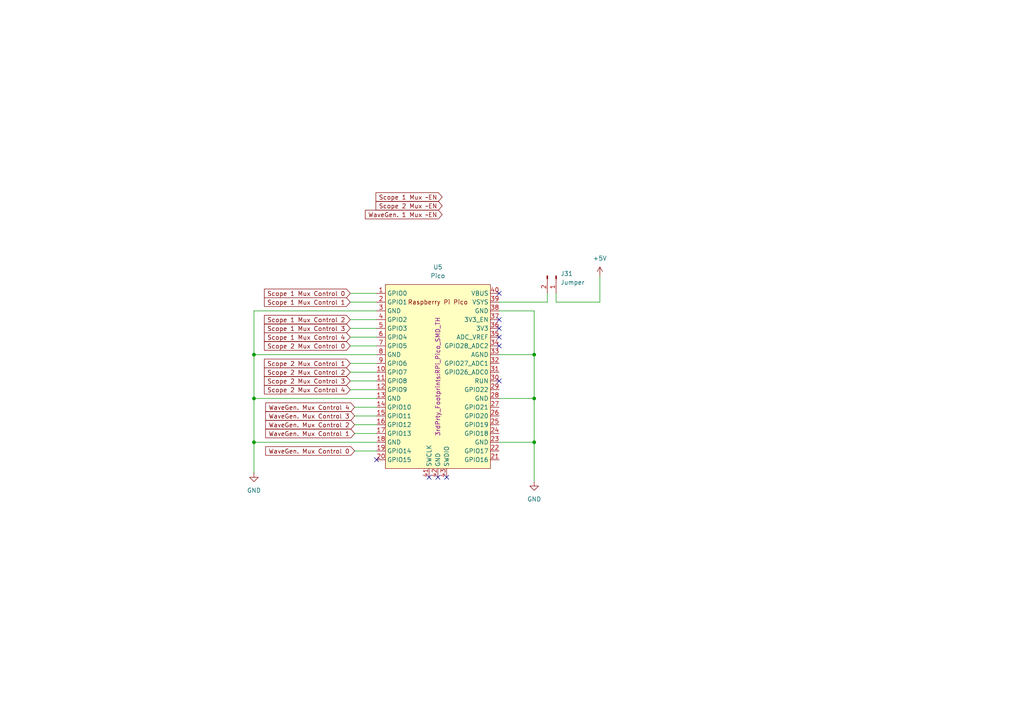
<source format=kicad_sch>
(kicad_sch (version 20250114) (generator "eeschema") (generator_version "9.0")
  (paper "A4")
  (title_block (title "SCuM Observatory") (date "2025-04-10") (rev "2.1") (company "West Lab"))
  (lib_symbols
    (symbol "3rdPrty_Symbols:Pico"
      (property "Reference" "U" (at -13.97 27.94 0))
      (property "Value" "Pico" (at 0 19.05 0))
      (symbol "Pico_0_0"
        (text "Raspberry Pi Pico" (at 0 21.59 0) (effects (font (size 1.27 1.27))))
      )
      (symbol "Pico_0_1"
        (rectangle (start -15.24 26.67) (end 15.24 -26.67) (fill (type background)))
      )
      (symbol "Pico_1_1"
        (pin bidirectional line (at -17.78 24.13 0) (length 2.54) (name "GPIO0") (number "1"))
        (pin bidirectional line (at -17.78 21.59 0) (length 2.54) (name "GPIO1") (number "2"))
        (pin power_in line (at -17.78 19.05 0) (length 2.54) (name "GND") (number "3"))
        (pin bidirectional line (at -17.78 16.51 0) (length 2.54) (name "GPIO2") (number "4"))
        (pin bidirectional line (at -17.78 13.97 0) (length 2.54) (name "GPIO3") (number "5"))
        (pin bidirectional line (at -17.78 11.43 0) (length 2.54) (name "GPIO4") (number "6"))
        (pin bidirectional line (at -17.78 8.89 0) (length 2.54) (name "GPIO5") (number "7"))
        (pin power_in line (at -17.78 6.35 0) (length 2.54) (name "GND") (number "8"))
        (pin bidirectional line (at -17.78 3.81 0) (length 2.54) (name "GPIO6") (number "9"))
        (pin bidirectional line (at -17.78 1.27 0) (length 2.54) (name "GPIO7") (number "10"))
        (pin bidirectional line (at -17.78 -1.27 0) (length 2.54) (name "GPIO8") (number "11"))
        (pin bidirectional line (at -17.78 -3.81 0) (length 2.54) (name "GPIO9") (number "12"))
        (pin power_in line (at -17.78 -6.35 0) (length 2.54) (name "GND") (number "13"))
        (pin bidirectional line (at -17.78 -8.89 0) (length 2.54) (name "GPIO10") (number "14"))
        (pin bidirectional line (at -17.78 -11.43 0) (length 2.54) (name "GPIO11") (number "15"))
        (pin bidirectional line (at -17.78 -13.97 0) (length 2.54) (name "GPIO12") (number "16"))
        (pin bidirectional line (at -17.78 -16.51 0) (length 2.54) (name "GPIO13") (number "17"))
        (pin power_in line (at -17.78 -19.05 0) (length 2.54) (name "GND") (number "18"))
        (pin bidirectional line (at -17.78 -21.59 0) (length 2.54) (name "GPIO14") (number "19"))
        (pin bidirectional line (at -17.78 -24.13 0) (length 2.54) (name "GPIO15") (number "20"))
        (pin input line (at -2.54 -29.21 90) (length 2.54) (name "SWCLK") (number "41"))
        (pin power_in line (at 0 -29.21 90) (length 2.54) (name "GND") (number "42"))
        (pin bidirectional line (at 2.54 -29.21 90) (length 2.54) (name "SWDIO") (number "43"))
        (pin power_in line (at 17.78 24.13 180) (length 2.54) (name "VBUS") (number "40"))
        (pin power_in line (at 17.78 21.59 180) (length 2.54) (name "VSYS") (number "39"))
        (pin bidirectional line (at 17.78 19.05 180) (length 2.54) (name "GND") (number "38"))
        (pin input line (at 17.78 16.51 180) (length 2.54) (name "3V3_EN") (number "37"))
        (pin power_in line (at 17.78 13.97 180) (length 2.54) (name "3V3") (number "36"))
        (pin power_in line (at 17.78 11.43 180) (length 2.54) (name "ADC_VREF") (number "35"))
        (pin bidirectional line (at 17.78 8.89 180) (length 2.54) (name "GPIO28_ADC2") (number "34"))
        (pin power_in line (at 17.78 6.35 180) (length 2.54) (name "AGND") (number "33"))
        (pin bidirectional line (at 17.78 3.81 180) (length 2.54) (name "GPIO27_ADC1") (number "32"))
        (pin bidirectional line (at 17.78 1.27 180) (length 2.54) (name "GPIO26_ADC0") (number "31"))
        (pin input line (at 17.78 -1.27 180) (length 2.54) (name "RUN") (number "30"))
        (pin bidirectional line (at 17.78 -3.81 180) (length 2.54) (name "GPIO22") (number "29"))
        (pin power_in line (at 17.78 -6.35 180) (length 2.54) (name "GND") (number "28"))
        (pin bidirectional line (at 17.78 -8.89 180) (length 2.54) (name "GPIO21") (number "27"))
        (pin bidirectional line (at 17.78 -11.43 180) (length 2.54) (name "GPIO20") (number "26"))
        (pin bidirectional line (at 17.78 -13.97 180) (length 2.54) (name "GPIO19") (number "25"))
        (pin bidirectional line (at 17.78 -16.51 180) (length 2.54) (name "GPIO18") (number "24"))
        (pin power_in line (at 17.78 -19.05 180) (length 2.54) (name "GND") (number "23"))
        (pin bidirectional line (at 17.78 -21.59 180) (length 2.54) (name "GPIO17") (number "22"))
        (pin bidirectional line (at 17.78 -24.13 180) (length 2.54) (name "GPIO16") (number "21"))
      )
    )
    (symbol "Connector:Conn_01x02_Pin" (pin_names (offset 1.016) (hide yes))
      (property "Reference" "J" (at 0 2.54 0))
      (property "Value" "Conn_01x02_Pin" (at 0 -5.08 0))
      (symbol "Conn_01x02_Pin_1_1"
        (rectangle (start 0.8636 0.127) (end 0 -0.127) (stroke (width 0.1524)) (fill (type outline)))
        (rectangle (start 0.8636 -2.413) (end 0 -2.667) (stroke (width 0.1524)) (fill (type outline)))
        (polyline (pts (xy 1.27 0) (xy 0.8636 0)) (stroke (width 0.1524)))
        (polyline (pts (xy 1.27 -2.54) (xy 0.8636 -2.54)) (stroke (width 0.1524)))
        (pin passive line (at 5.08 0 180) (length 3.81) (name "Pin_1") (number "1"))
        (pin passive line (at 5.08 -2.54 180) (length 3.81) (name "Pin_2") (number "2"))
      )
    )
    (symbol "power:+5V" (power) (pin_numbers (hide yes)) (pin_names (offset 0) (hide yes))
      (property "Value" "+5V" (at 0 3.556 0))
      (symbol "+5V_0_1"
        (polyline (pts (xy -0.762 1.27) (xy 0 2.54)))
        (polyline (pts (xy 0 2.54) (xy 0.762 1.27)))
        (polyline (pts (xy 0 0) (xy 0 2.54)))
      )
      (symbol "+5V_1_1"
        (pin power_in line (at 0 0 90) (length 0) (name "~") (number "1"))
      )
    )
    (symbol "power:GND" (power) (pin_numbers (hide yes)) (pin_names (offset 0) (hide yes))
      (property "Value" "GND" (at 0 -3.81 0))
      (symbol "GND_0_1"
        (polyline (pts (xy 0 0) (xy 0 -1.27) (xy 1.27 -1.27) (xy 0 -2.54) (xy -1.27 -1.27) (xy 0 -1.27)))
      )
      (symbol "GND_1_1"
        (pin power_in line (at 0 0 270) (length 0) (name "~") (number "1"))
      )
    )
  )
  (junction (at 154.94 128.27))
  (junction (at 73.66 102.87))
  (junction (at 154.94 102.87))
  (junction (at 154.94 115.57))
  (junction (at 73.66 115.57))
  (junction (at 73.66 128.27))
  (no_connect (at 124.46 138.43))
  (no_connect (at 144.78 92.71))
  (no_connect (at 129.54 138.43))
  (no_connect (at 127 138.43))
  (no_connect (at 144.78 100.33))
  (no_connect (at 144.78 95.25))
  (no_connect (at 144.78 110.49))
  (no_connect (at 144.78 97.79))
  (no_connect (at 144.78 85.09))
  (no_connect (at 109.22 133.35))
  (wire (pts (xy 101.6 100.33) (xy 109.22 100.33)))
  (wire (pts (xy 102.87 130.81) (xy 109.22 130.81)))
  (wire (pts (xy 109.22 128.27) (xy 73.66 128.27)))
  (wire (pts (xy 73.66 115.57) (xy 73.66 128.27)))
  (wire (pts (xy 101.6 95.25) (xy 109.22 95.25)))
  (wire (pts (xy 109.22 102.87) (xy 73.66 102.87)))
  (wire (pts (xy 161.29 87.63) (xy 173.99 87.63)))
  (wire (pts (xy 102.87 118.11) (xy 109.22 118.11)))
  (wire (pts (xy 102.87 125.73) (xy 109.22 125.73)))
  (wire (pts (xy 144.78 87.63) (xy 158.75 87.63)))
  (wire (pts (xy 101.6 110.49) (xy 109.22 110.49)))
  (wire (pts (xy 102.87 123.19) (xy 109.22 123.19)))
  (wire (pts (xy 154.94 90.17) (xy 154.94 102.87)))
  (wire (pts (xy 101.6 97.79) (xy 109.22 97.79)))
  (wire (pts (xy 158.75 87.63) (xy 158.75 85.09)))
  (wire (pts (xy 109.22 90.17) (xy 73.66 90.17)))
  (wire (pts (xy 144.78 128.27) (xy 154.94 128.27)))
  (wire (pts (xy 144.78 90.17) (xy 154.94 90.17)))
  (wire (pts (xy 173.99 87.63) (xy 173.99 80.01)))
  (wire (pts (xy 144.78 115.57) (xy 154.94 115.57)))
  (wire (pts (xy 102.87 120.65) (xy 109.22 120.65)))
  (wire (pts (xy 109.22 115.57) (xy 73.66 115.57)))
  (wire (pts (xy 73.66 90.17) (xy 73.66 102.87)))
  (wire (pts (xy 101.6 105.41) (xy 109.22 105.41)))
  (wire (pts (xy 154.94 115.57) (xy 154.94 128.27)))
  (wire (pts (xy 101.6 92.71) (xy 109.22 92.71)))
  (wire (pts (xy 161.29 87.63) (xy 161.29 85.09)))
  (wire (pts (xy 144.78 102.87) (xy 154.94 102.87)))
  (wire (pts (xy 73.66 128.27) (xy 73.66 137.16)))
  (wire (pts (xy 154.94 128.27) (xy 154.94 139.7)))
  (wire (pts (xy 101.6 87.63) (xy 109.22 87.63)))
  (wire (pts (xy 101.6 113.03) (xy 109.22 113.03)))
  (wire (pts (xy 101.6 85.09) (xy 109.22 85.09)))
  (wire (pts (xy 73.66 102.87) (xy 73.66 115.57)))
  (wire (pts (xy 101.6 107.95) (xy 109.22 107.95)))
  (wire (pts (xy 154.94 102.87) (xy 154.94 115.57)))
  (global_label "Scope 2 Mux Control 3" (shape input) (at 101.6 110.49 180) (property "Intersheetrefs" "${INTERSHEET_REFS}" (effects (hide yes))))
  (global_label "Scope 2 Mux Control 4" (shape input) (at 101.6 113.03 180) (property "Intersheetrefs" "${INTERSHEET_REFS}" (effects (hide yes))))
  (global_label "Scope 1 Mux Control 0" (shape input) (at 101.6 85.09 180) (property "Intersheetrefs" "${INTERSHEET_REFS}" (effects (hide yes))))
  (global_label "WaveGen. Mux Control 0" (shape input) (at 102.87 130.81 180) (property "Intersheetrefs" "${INTERSHEET_REFS}" (effects (hide yes))))
  (global_label "WaveGen. Mux Control 4" (shape input) (at 102.87 118.11 180) (property "Intersheetrefs" "${INTERSHEET_REFS}" (effects (hide yes))))
  (global_label "WaveGen. Mux Control 3" (shape input) (at 102.87 120.65 180) (property "Intersheetrefs" "${INTERSHEET_REFS}" (effects (hide yes))))
  (global_label "WaveGen. Mux Control 1" (shape input) (at 102.87 125.73 180) (property "Intersheetrefs" "${INTERSHEET_REFS}" (effects (hide yes))))
  (global_label "Scope 2 Mux Control 2" (shape input) (at 101.6 107.95 180) (property "Intersheetrefs" "${INTERSHEET_REFS}" (effects (hide yes))))
  (global_label "Scope 2 Mux Control 0" (shape input) (at 101.6 100.33 180) (property "Intersheetrefs" "${INTERSHEET_REFS}" (effects (hide yes))))
  (global_label "Scope 2 Mux Control 1" (shape input) (at 101.6 105.41 180) (property "Intersheetrefs" "${INTERSHEET_REFS}" (effects (hide yes))))
  (global_label "Scope 1 Mux Control 4" (shape input) (at 101.6 97.79 180) (property "Intersheetrefs" "${INTERSHEET_REFS}" (effects (hide yes))))
  (global_label "Scope 1 Mux Control 3" (shape input) (at 101.6 95.25 180) (property "Intersheetrefs" "${INTERSHEET_REFS}" (effects (hide yes))))
  (global_label "Scope 1 Mux Control 2" (shape input) (at 101.6 92.71 180) (property "Intersheetrefs" "${INTERSHEET_REFS}" (effects (hide yes))))
  (global_label "Scope 2 Mux ~EN" (shape input) (at 128.27 59.69 180) (property "Intersheetrefs" "${INTERSHEET_REFS}" (effects (hide yes))))
  (global_label "WaveGen. Mux Control 2" (shape input) (at 102.87 123.19 180) (property "Intersheetrefs" "${INTERSHEET_REFS}" (effects (hide yes))))
  (global_label "Scope 1 Mux Control 1" (shape input) (at 101.6 87.63 180) (property "Intersheetrefs" "${INTERSHEET_REFS}" (effects (hide yes))))
  (global_label "WaveGen. 1 Mux ~EN" (shape input) (at 128.27 62.23 180) (property "Intersheetrefs" "${INTERSHEET_REFS}" (effects (hide yes))))
  (global_label "Scope 1 Mux ~EN" (shape input) (at 128.27 57.15 180) (property "Intersheetrefs" "${INTERSHEET_REFS}" (effects (hide yes))))
  (symbol (lib_id "power:GND") (at 73.66 137.16 0) (unit 1)
    (property "Reference" "#PWR04" (effects (hide yes)))
    (property "Value" "GND" (at 73.66 142.24 0))
    (property "Description" "Power symbol creates a global label with name \"GND\" , ground" (effects (hide yes)))
  )
  (symbol (lib_id "power:GND") (at 154.94 139.7 0) (unit 1)
    (property "Reference" "#PWR035" (effects (hide yes)))
    (property "Value" "GND" (at 154.94 144.78 0))
    (property "Description" "Power symbol creates a global label with name \"GND\" , ground" (effects (hide yes)))
  )
  (symbol (lib_id "power:+5V") (at 173.99 80.01 0) (unit 1)
    (property "Reference" "#PWR036" (effects (hide yes)))
    (property "Value" "+5V" (at 173.99 74.93 0))
    (property "Description" "Power symbol creates a global label with name \"+5V\"" (effects (hide yes)))
  )
  (symbol (lib_id "Connector:Conn_01x02_Pin") (at 161.29 80.01 270) (unit 1)
    (property "Reference" "J31" (at 162.56 79.3749 90) (effects (justify left)))
    (property "Value" "Jumper" (at 162.56 81.9149 90) (effects (justify left)))
    (property "Footprint" "Jumper:SolderJumper-2_P1.3mm_Open_Pad1.0x1.5mm" (effects (hide yes)))
    (property "Description" "Generic connector, single row, 01x02, script generated" (effects (hide yes)))
  )
  (symbol (lib_id "3rdPrty_Symbols:Pico") (at 127 109.22 0) (unit 1)
    (property "Reference" "U5" (at 127 77.47 0))
    (property "Value" "Pico" (at 127 80.01 0))
    (property "Footprint" "3rdPrty_Footprints:RPi_Pico_SMD_TH" (at 127 109.22 90))
  )
)
</source>
